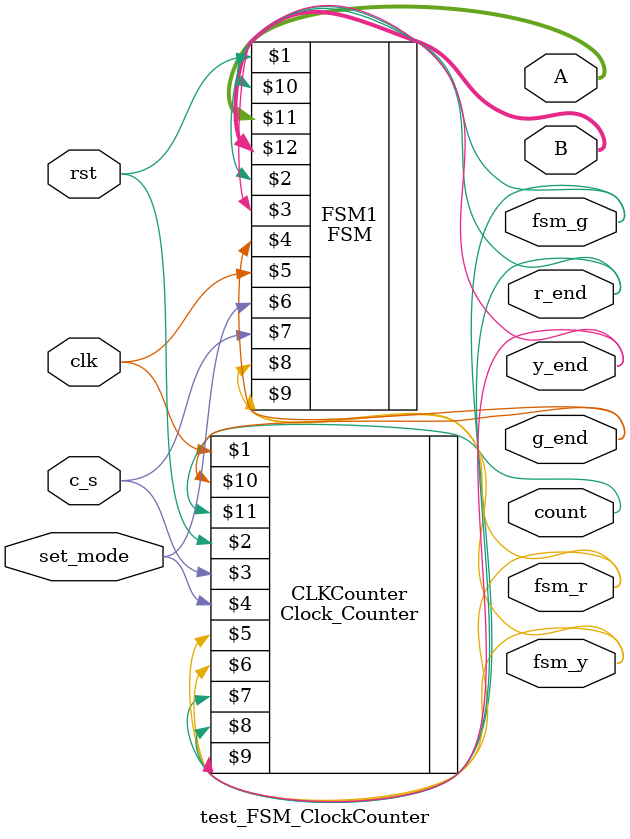
<source format=v>
module test_FSM_ClockCounter(clk,rst,set_mode,c_s,A,B,fsm_r,fsm_y,fsm_g,r_end,y_end,g_end,count);

	input clk,rst,set_mode,c_s;
	
	output [2:0]A,B;
	output fsm_r,fsm_y,fsm_g,r_end,y_end,g_end,count;
	
	
	FSM FSM1(rst,r_end,y_end,g_end,clk,set_mode,c_s,fsm_r,fsm_y,fsm_g,A,B);
	
	Clock_Counter CLKCounter(clk,rst,c_s,set_mode,fsm_r,fsm_y,fsm_g,r_end,y_end,g_end,count);

endmodule

</source>
